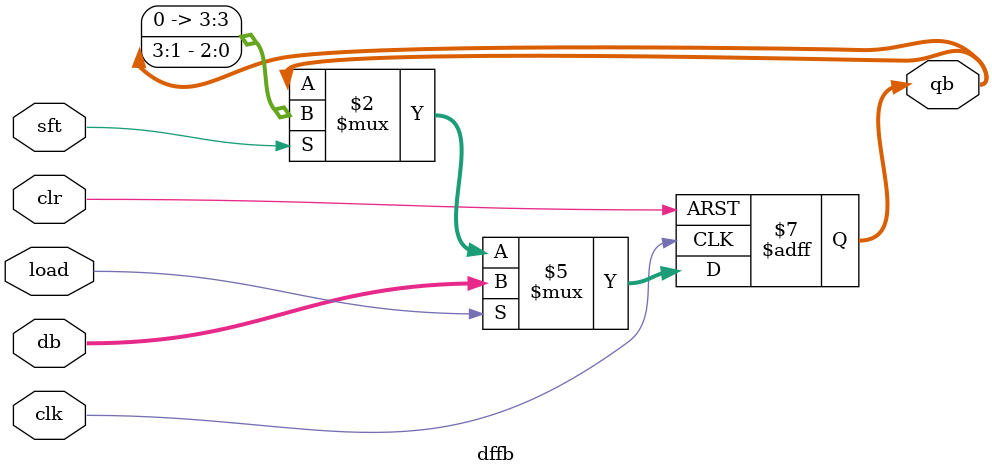
<source format=v>
module dffb (clk, clr, load, sft, db, qb);
input        clk, clr, load, sft;
input [3:0]  db; //input number
output [3:0] qb; //output 

reg    [3:0] qb;

always@(posedge clr or  posedge clk)
begin
    if(clr) qb <= 0;
    else if (load)
       qb <= db; //output of dFF
    else if (sft) //shifting
       qb <= { 1'b0,  qb[3:1] };

       // qb[3] <= 1'b0;
       // qb[2] <= qb[3];
       // qb[1] <= qb[2];
       // qb[0] <= qb[1];

end

endmodule

</source>
